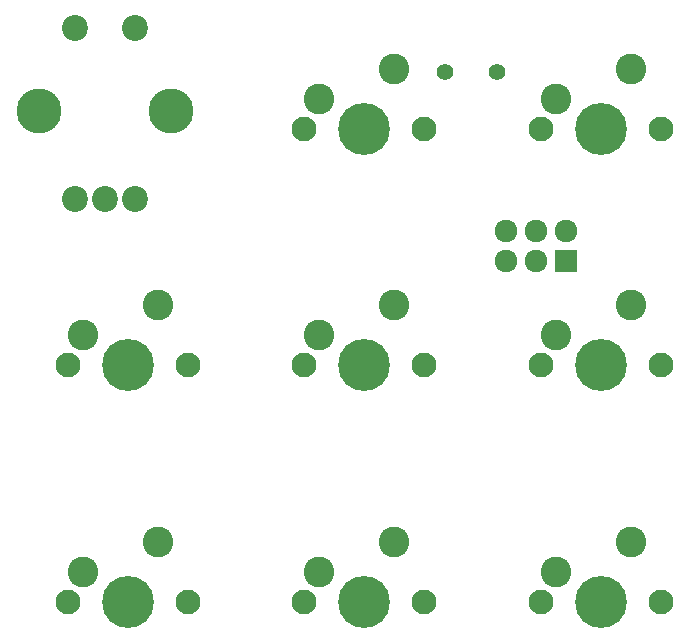
<source format=gbr>
G04 #@! TF.FileFunction,Soldermask,Top*
%FSLAX46Y46*%
G04 Gerber Fmt 4.6, Leading zero omitted, Abs format (unit mm)*
G04 Created by KiCad (PCBNEW 4.0.7) date Thursday, April 11, 2019 'PMt' 06:08:24 PM*
%MOMM*%
%LPD*%
G01*
G04 APERTURE LIST*
%ADD10C,0.100000*%
%ADD11C,1.400000*%
%ADD12C,2.600000*%
%ADD13C,4.400000*%
%ADD14C,2.100000*%
%ADD15C,2.200000*%
%ADD16C,3.800000*%
%ADD17R,1.924000X1.924000*%
%ADD18C,1.924000*%
G04 APERTURE END LIST*
D10*
D11*
X140300000Y-72750000D03*
X144700000Y-72750000D03*
D12*
X136000000Y-72500000D03*
X129650000Y-75040000D03*
D13*
X133460000Y-77580000D03*
D14*
X128380000Y-77580000D03*
X138540000Y-77580000D03*
D12*
X156000000Y-72500000D03*
X149650000Y-75040000D03*
D13*
X153460000Y-77580000D03*
D14*
X148380000Y-77580000D03*
X158540000Y-77580000D03*
D12*
X116000000Y-92500000D03*
X109650000Y-95040000D03*
D13*
X113460000Y-97580000D03*
D14*
X108380000Y-97580000D03*
X118540000Y-97580000D03*
D12*
X136000000Y-92500000D03*
X129650000Y-95040000D03*
D13*
X133460000Y-97580000D03*
D14*
X128380000Y-97580000D03*
X138540000Y-97580000D03*
D12*
X156000000Y-92500000D03*
X149650000Y-95040000D03*
D13*
X153460000Y-97580000D03*
D14*
X148380000Y-97580000D03*
X158540000Y-97580000D03*
D12*
X116000000Y-112500000D03*
X109650000Y-115040000D03*
D13*
X113460000Y-117580000D03*
D14*
X108380000Y-117580000D03*
X118540000Y-117580000D03*
D12*
X136000000Y-112500000D03*
X129650000Y-115040000D03*
D13*
X133460000Y-117580000D03*
D14*
X128380000Y-117580000D03*
X138540000Y-117580000D03*
D12*
X156000000Y-112500000D03*
X149650000Y-115040000D03*
D13*
X153460000Y-117580000D03*
D14*
X148380000Y-117580000D03*
X158540000Y-117580000D03*
D15*
X109000000Y-69000000D03*
X109000000Y-83500000D03*
X111500000Y-83500000D03*
X114000000Y-83500000D03*
X114000000Y-69000000D03*
D16*
X117100000Y-76000000D03*
X105900000Y-76000000D03*
D17*
X150540000Y-88770000D03*
D18*
X150540000Y-86230000D03*
X148000000Y-88770000D03*
X148000000Y-86230000D03*
X145460000Y-88770000D03*
X145460000Y-86230000D03*
M02*

</source>
